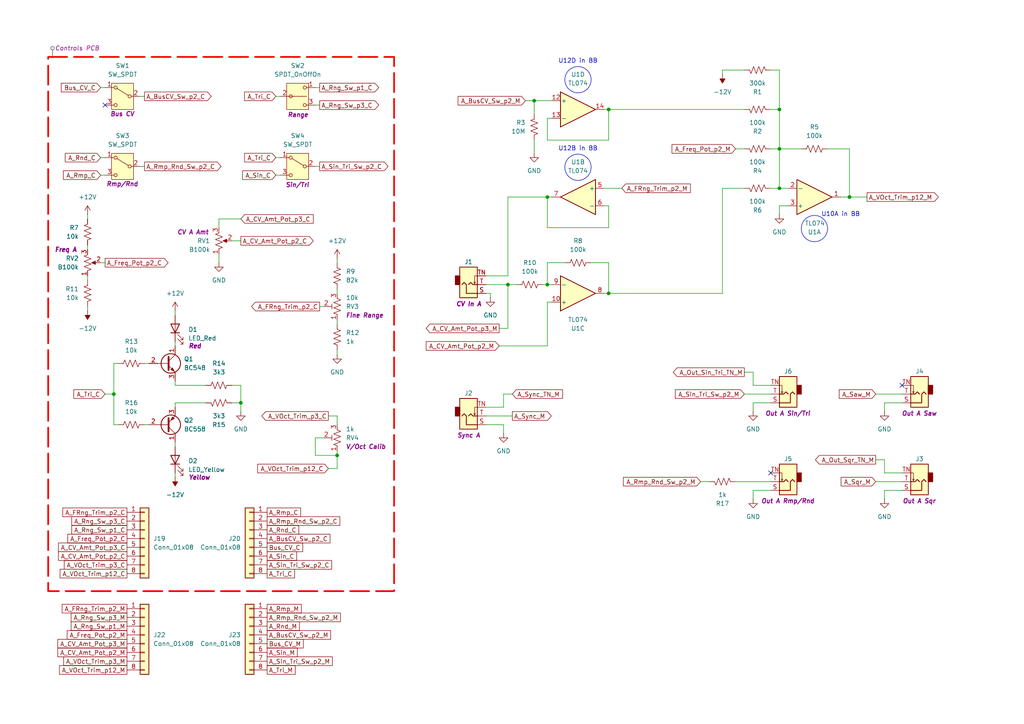
<source format=kicad_sch>
(kicad_sch (version 20250114) (generator "eeschema") (generator_version "9.0")
  (paper "A4")
  (title_block (company "DMH Instruments") (comment 1 "PCB for 10cm Kosmo format synthesizer module"))
  (lib_symbols
    (symbol "Amplifier_Operational:TL074" (pin_names (offset 0.127))
      (property "Reference" "U" (at 0 5.08 0))
      (property "Value" "TL074" (at 0 -5.08 0))
      (symbol "TL074_1_1"
        (polyline (pts (xy -5.08 5.08) (xy 5.08 0) (xy -5.08 -5.08) (xy -5.08 5.08)) (stroke (width 0.254)) (fill (type background)))
        (pin input line (at -7.62 2.54 0) (length 2.54) (name "+") (number "3"))
        (pin input line (at -7.62 -2.54 0) (length 2.54) (name "-") (number "2"))
        (pin output line (at 7.62 0 180) (length 2.54) (name "~") (number "1"))
      )
      (symbol "TL074_2_1"
        (polyline (pts (xy -5.08 5.08) (xy 5.08 0) (xy -5.08 -5.08) (xy -5.08 5.08)) (stroke (width 0.254)) (fill (type background)))
        (pin input line (at -7.62 2.54 0) (length 2.54) (name "+") (number "5"))
        (pin input line (at -7.62 -2.54 0) (length 2.54) (name "-") (number "6"))
        (pin output line (at 7.62 0 180) (length 2.54) (name "~") (number "7"))
      )
      (symbol "TL074_3_1"
        (polyline (pts (xy -5.08 5.08) (xy 5.08 0) (xy -5.08 -5.08) (xy -5.08 5.08)) (stroke (width 0.254)) (fill (type background)))
        (pin input line (at -7.62 2.54 0) (length 2.54) (name "+") (number "10"))
        (pin input line (at -7.62 -2.54 0) (length 2.54) (name "-") (number "9"))
        (pin output line (at 7.62 0 180) (length 2.54) (name "~") (number "8"))
      )
      (symbol "TL074_4_1"
        (polyline (pts (xy -5.08 5.08) (xy 5.08 0) (xy -5.08 -5.08) (xy -5.08 5.08)) (stroke (width 0.254)) (fill (type background)))
        (pin input line (at -7.62 2.54 0) (length 2.54) (name "+") (number "12"))
        (pin input line (at -7.62 -2.54 0) (length 2.54) (name "-") (number "13"))
        (pin output line (at 7.62 0 180) (length 2.54) (name "~") (number "14"))
      )
      (symbol "TL074_5_1"
        (pin power_in line (at -2.54 7.62 270) (length 3.81) (name "V+") (number "4"))
        (pin power_in line (at -2.54 -7.62 90) (length 3.81) (name "V-") (number "11"))
      )
    )
    (symbol "Connector_Generic:Conn_01x08" (pin_names (offset 1.016) (hide yes))
      (property "Reference" "J" (at 0 10.16 0))
      (property "Value" "Conn_01x08" (at 0 -12.7 0))
      (symbol "Conn_01x08_1_1"
        (rectangle (start -1.27 8.89) (end 1.27 -11.43) (stroke (width 0.254)) (fill (type background)))
        (rectangle (start -1.27 7.747) (end 0 7.493) (stroke (width 0.1524)))
        (rectangle (start -1.27 5.207) (end 0 4.953) (stroke (width 0.1524)))
        (rectangle (start -1.27 2.667) (end 0 2.413) (stroke (width 0.1524)))
        (rectangle (start -1.27 0.127) (end 0 -0.127) (stroke (width 0.1524)))
        (rectangle (start -1.27 -2.413) (end 0 -2.667) (stroke (width 0.1524)))
        (rectangle (start -1.27 -4.953) (end 0 -5.207) (stroke (width 0.1524)))
        (rectangle (start -1.27 -7.493) (end 0 -7.747) (stroke (width 0.1524)))
        (rectangle (start -1.27 -10.033) (end 0 -10.287) (stroke (width 0.1524)))
        (pin passive line (at -5.08 7.62 0) (length 3.81) (name "Pin_1") (number "1"))
        (pin passive line (at -5.08 5.08 0) (length 3.81) (name "Pin_2") (number "2"))
        (pin passive line (at -5.08 2.54 0) (length 3.81) (name "Pin_3") (number "3"))
        (pin passive line (at -5.08 0 0) (length 3.81) (name "Pin_4") (number "4"))
        (pin passive line (at -5.08 -2.54 0) (length 3.81) (name "Pin_5") (number "5"))
        (pin passive line (at -5.08 -5.08 0) (length 3.81) (name "Pin_6") (number "6"))
        (pin passive line (at -5.08 -7.62 0) (length 3.81) (name "Pin_7") (number "7"))
        (pin passive line (at -5.08 -10.16 0) (length 3.81) (name "Pin_8") (number "8"))
      )
    )
    (symbol "Device:LED" (pin_numbers (hide yes)) (pin_names (offset 1.016) (hide yes))
      (property "Reference" "D" (at 0 2.54 0))
      (property "Value" "LED" (at 0 -2.54 0))
      (symbol "LED_0_1"
        (polyline (pts (xy -3.048 -0.762) (xy -4.572 -2.286) (xy -3.81 -2.286) (xy -4.572 -2.286) (xy -4.572 -1.524)))
        (polyline (pts (xy -1.778 -0.762) (xy -3.302 -2.286) (xy -2.54 -2.286) (xy -3.302 -2.286) (xy -3.302 -1.524)))
        (polyline (pts (xy -1.27 0) (xy 1.27 0)))
        (polyline (pts (xy -1.27 -1.27) (xy -1.27 1.27)) (stroke (width 0.254)))
        (polyline (pts (xy 1.27 -1.27) (xy 1.27 1.27) (xy -1.27 0) (xy 1.27 -1.27)) (stroke (width 0.254)))
      )
      (symbol "LED_1_1"
        (pin passive line (at -3.81 0 0) (length 2.54) (name "K") (number "1"))
        (pin passive line (at 3.81 0 180) (length 2.54) (name "A") (number "2"))
      )
    )
    (symbol "Device:R_Potentiometer_Trim_US" (pin_names (offset 1.016) (hide yes))
      (property "Reference" "RV" (at -4.445 0 90))
      (property "Value" "R_Potentiometer_Trim_US" (at -2.54 0 90))
      (symbol "R_Potentiometer_Trim_US_0_1"
        (polyline (pts (xy 0 2.286) (xy 0 2.54)))
        (polyline (pts (xy 0 2.286) (xy 1.016 1.905) (xy 0 1.524) (xy -1.016 1.143) (xy 0 0.762)))
        (polyline (pts (xy 0 0.762) (xy 1.016 0.381) (xy 0 0) (xy -1.016 -0.381) (xy 0 -0.762)))
        (polyline (pts (xy 0 -0.762) (xy 1.016 -1.143) (xy 0 -1.524) (xy -1.016 -1.905) (xy 0 -2.286)))
        (polyline (pts (xy 0 -2.286) (xy 0 -2.54)))
        (polyline (pts (xy 1.524 0.762) (xy 1.524 -0.762)))
        (polyline (pts (xy 2.54 0) (xy 1.524 0)))
      )
      (symbol "R_Potentiometer_Trim_US_1_1"
        (pin passive line (at 0 3.81 270) (length 1.27) (name "1") (number "1"))
        (pin passive line (at 0 -3.81 90) (length 1.27) (name "3") (number "3"))
        (pin passive line (at 3.81 0 180) (length 1.27) (name "2") (number "2"))
      )
    )
    (symbol "Device:R_Potentiometer_US" (pin_names (offset 1.016) (hide yes))
      (property "Reference" "RV" (at -4.445 0 90))
      (property "Value" "R_Potentiometer_US" (at -2.54 0 90))
      (symbol "R_Potentiometer_US_0_1"
        (polyline (pts (xy 0 2.54) (xy 0 2.286)))
        (polyline (pts (xy 0 2.286) (xy 1.016 1.905) (xy 0 1.524) (xy -1.016 1.143) (xy 0 0.762)))
        (polyline (pts (xy 0 0.762) (xy 1.016 0.381) (xy 0 0) (xy -1.016 -0.381) (xy 0 -0.762)))
        (polyline (pts (xy 0 -0.762) (xy 1.016 -1.143) (xy 0 -1.524) (xy -1.016 -1.905) (xy 0 -2.286)))
        (polyline (pts (xy 0 -2.286) (xy 0 -2.54)))
        (polyline (pts (xy 1.143 0) (xy 2.286 0.508) (xy 2.286 -0.508) (xy 1.143 0)) (fill (type outline)))
        (polyline (pts (xy 2.54 0) (xy 1.524 0)))
      )
      (symbol "R_Potentiometer_US_1_1"
        (pin passive line (at 0 3.81 270) (length 1.27) (name "1") (number "1"))
        (pin passive line (at 0 -3.81 90) (length 1.27) (name "3") (number "3"))
        (pin passive line (at 3.81 0 180) (length 1.27) (name "2") (number "2"))
      )
    )
    (symbol "Device:R_US" (pin_numbers (hide yes)) (pin_names (offset 0))
      (property "Reference" "R" (at 2.54 0 90))
      (property "Value" "R_US" (at -2.54 0 90))
      (symbol "R_US_0_1"
        (polyline (pts (xy 0 2.286) (xy 0 2.54)))
        (polyline (pts (xy 0 2.286) (xy 1.016 1.905) (xy 0 1.524) (xy -1.016 1.143) (xy 0 0.762)))
        (polyline (pts (xy 0 0.762) (xy 1.016 0.381) (xy 0 0) (xy -1.016 -0.381) (xy 0 -0.762)))
        (polyline (pts (xy 0 -0.762) (xy 1.016 -1.143) (xy 0 -1.524) (xy -1.016 -1.905) (xy 0 -2.286)))
        (polyline (pts (xy 0 -2.286) (xy 0 -2.54)))
      )
      (symbol "R_US_1_1"
        (pin passive line (at 0 3.81 270) (length 1.27) (name "~") (number "1"))
        (pin passive line (at 0 -3.81 90) (length 1.27) (name "~") (number "2"))
      )
    )
    (symbol "Switch:SW_SPDT" (pin_names (offset 0) (hide yes))
      (property "Reference" "SW" (at 0 5.08 0))
      (property "Value" "SW_SPDT" (at 0 -5.08 0))
      (symbol "SW_SPDT_0_1"
        (circle (center -2.032 0) (radius 0.4572))
        (polyline (pts (xy -1.651 0.254) (xy 1.651 2.286)))
        (circle (center 2.032 2.54) (radius 0.4572))
        (circle (center 2.032 -2.54) (radius 0.4572))
      )
      (symbol "SW_SPDT_1_1"
        (rectangle (start -3.175 3.81) (end 3.175 -3.81) (fill (type background)))
        (pin passive line (at -5.08 0 0) (length 2.54) (name "B") (number "2"))
        (pin passive line (at 5.08 2.54 180) (length 2.54) (name "A") (number "1"))
        (pin passive line (at 5.08 -2.54 180) (length 2.54) (name "C") (number "3"))
      )
    )
    (symbol "SynthStuff:SW_SPDT_OnOffOn" (pin_names (offset 0) (hide yes))
      (property "Reference" "SW" (at 0 5.08 0))
      (property "Value" "SPDT_OnOffOn" (at 0 -5.08 0))
      (symbol "SW_SPDT_OnOffOn_0_1"
        (polyline (pts (xy -2.54 0) (xy 2.54 0)))
        (circle (center -2.032 0) (radius 0.4572))
        (circle (center 2.032 2.54) (radius 0.4572))
        (circle (center 2.032 -2.54) (radius 0.4572))
      )
      (symbol "SW_SPDT_OnOffOn_1_1"
        (rectangle (start -3.175 3.81) (end 3.175 -3.81) (fill (type background)))
        (pin passive line (at -5.08 0 0) (length 2.54) (name "B") (number "2"))
        (pin passive line (at 5.08 2.54 180) (length 2.54) (name "A") (number "1"))
        (pin passive line (at 5.08 -2.54 180) (length 2.54) (name "C") (number "3"))
      )
    )
    (symbol "SynthStuff:TS_Jack_6.35mm_Sw"
      (property "Reference" "J" (at -0.635 8.89 0))
      (property "Value" "TS_Jack_6.35mm_Sw" (at -0.635 6.35 0))
      (symbol "TS_Jack_6.35mm_Sw_0_1"
        (rectangle (start -2.54 0) (end -3.81 -2.54) (stroke (width 0.254)) (fill (type outline)))
        (polyline (pts (xy 0 0) (xy 0.635 -0.635) (xy 1.27 0) (xy 2.54 0)) (stroke (width 0.254)))
        (polyline (pts (xy 1.778 -0.254) (xy 2.032 -0.762)))
        (rectangle (start 2.54 3.81) (end -2.54 -5.08) (stroke (width 0.254)) (fill (type background)))
        (polyline (pts (xy 2.54 2.54) (xy -0.635 2.54) (xy -0.635 0) (xy -1.27 -0.635) (xy -1.905 0)) (stroke (width 0.254)))
        (polyline (pts (xy 2.54 -2.54) (xy 1.778 -2.54) (xy 1.778 -0.254) (xy 1.524 -0.762)))
      )
      (symbol "TS_Jack_6.35mm_Sw_1_1"
        (pin passive line (at 5.08 2.54 180) (length 2.54) (name "~") (number "S"))
        (pin passive line (at 5.08 0 180) (length 2.54) (name "~") (number "T"))
        (pin passive line (at 5.08 -2.54 180) (length 2.54) (name "~") (number "TN"))
      )
    )
    (symbol "Transistor_BJT:BC548" (pin_names (offset 0) (hide yes))
      (property "Reference" "Q" (at 5.08 1.905 0))
      (property "Value" "BC548" (at 5.08 0 0))
      (symbol "BC548_0_1"
        (polyline (pts (xy -2.54 0) (xy 0.635 0)))
        (polyline (pts (xy 0.635 1.905) (xy 0.635 -1.905)) (stroke (width 0.508)))
        (circle (center 1.27 0) (radius 2.8194) (stroke (width 0.254)))
      )
      (symbol "BC548_1_1"
        (polyline (pts (xy 0.635 0.635) (xy 2.54 2.54)))
        (polyline (pts (xy 0.635 -0.635) (xy 2.54 -2.54)))
        (polyline (pts (xy 1.27 -1.778) (xy 1.778 -1.27) (xy 2.286 -2.286) (xy 1.27 -1.778)) (fill (type outline)))
        (pin input line (at -5.08 0 0) (length 2.54) (name "B") (number "2"))
        (pin passive line (at 2.54 5.08 270) (length 2.54) (name "C") (number "1"))
        (pin passive line (at 2.54 -5.08 90) (length 2.54) (name "E") (number "3"))
      )
    )
    (symbol "Transistor_BJT:BC558" (pin_names (offset 0) (hide yes))
      (property "Reference" "Q" (at 5.08 1.905 0))
      (property "Value" "BC558" (at 5.08 0 0))
      (symbol "BC558_0_1"
        (polyline (pts (xy -2.54 0) (xy 0.635 0)))
        (polyline (pts (xy 0.635 1.905) (xy 0.635 -1.905)) (stroke (width 0.508)))
        (polyline (pts (xy 0.635 0.635) (xy 2.54 2.54)))
        (polyline (pts (xy 0.635 -0.635) (xy 2.54 -2.54)))
        (circle (center 1.27 0) (radius 2.8194) (stroke (width 0.254)))
        (polyline (pts (xy 2.286 -1.778) (xy 1.778 -2.286) (xy 1.27 -1.27) (xy 2.286 -1.778)) (fill (type outline)))
      )
      (symbol "BC558_1_1"
        (pin input line (at -5.08 0 0) (length 2.54) (name "B") (number "2"))
        (pin passive line (at 2.54 5.08 270) (length 2.54) (name "C") (number "1"))
        (pin passive line (at 2.54 -5.08 90) (length 2.54) (name "E") (number "3"))
      )
    )
    (symbol "power:+12V" (power) (pin_numbers (hide yes)) (pin_names (offset 0) (hide yes))
      (property "Value" "+12V" (at 0 3.556 0))
      (symbol "+12V_0_1"
        (polyline (pts (xy -0.762 1.27) (xy 0 2.54)))
        (polyline (pts (xy 0 2.54) (xy 0.762 1.27)))
        (polyline (pts (xy 0 0) (xy 0 2.54)))
      )
      (symbol "+12V_1_1"
        (pin power_in line (at 0 0 90) (length 0) (name "~") (number "1"))
      )
    )
    (symbol "power:-12V" (power) (pin_numbers (hide yes)) (pin_names (offset 0) (hide yes))
      (property "Value" "-12V" (at 0 3.556 0))
      (symbol "-12V_0_0"
        (pin power_in line (at 0 0 90) (length 0) (name "~") (number "1"))
      )
      (symbol "-12V_0_1"
        (polyline (pts (xy 0 0) (xy 0 1.27) (xy 0.762 1.27) (xy 0 2.54) (xy -0.762 1.27) (xy 0 1.27)) (fill (type outline)))
      )
    )
    (symbol "power:GND" (power) (pin_numbers (hide yes)) (pin_names (offset 0) (hide yes))
      (property "Value" "GND" (at 0 -3.81 0))
      (symbol "GND_0_1"
        (polyline (pts (xy 0 0) (xy 0 -1.27) (xy 1.27 -1.27) (xy 0 -2.54) (xy -1.27 -1.27) (xy 0 -1.27)))
      )
      (symbol "GND_1_1"
        (pin power_in line (at 0 0 270) (length 0) (name "~") (number "1"))
      )
    )
  )
  (circle (center 236.22 66.294) (radius 3.81))
  (circle (center 167.64 48.514) (radius 3.81))
  (circle (center 167.64 23.114) (radius 3.81))
  (text "U12B in BB" (at 167.64 43.18 0) (effects (font (size 1.27 1.27))))
  (text "U10A in BB" (at 243.84 62.23 0) (effects (font (size 1.27 1.27))))
  (text "U12D in BB" (at 167.64 17.78 0) (effects (font (size 1.27 1.27))))
  (junction (at 154.94 29.21))
  (junction (at 158.75 82.55))
  (junction (at 158.75 57.15))
  (junction (at 147.32 82.55))
  (junction (at 176.53 31.75))
  (junction (at 226.06 54.61))
  (junction (at 226.06 31.75))
  (junction (at 176.53 85.09))
  (junction (at 97.79 132.08))
  (junction (at 33.02 114.3))
  (junction (at 226.06 43.18))
  (junction (at 246.38 57.15))
  (junction (at 69.85 116.84))
  (no_connect (at 261.62 111.76))
  (no_connect (at 30.48 30.48))
  (no_connect (at 223.52 137.16))
  (wire (pts (xy 25.4 88.9) (xy 25.4 90.17)))
  (wire (pts (xy 223.52 31.75) (xy 226.06 31.75)))
  (wire (pts (xy 97.79 120.65) (xy 97.79 123.19)))
  (wire (pts (xy 254 114.3) (xy 261.62 114.3)))
  (wire (pts (xy 256.54 142.24) (xy 256.54 144.78)))
  (wire (pts (xy 176.53 85.09) (xy 175.26 85.09)))
  (wire (pts (xy 97.79 83.82) (xy 97.79 85.09)))
  (wire (pts (xy 33.02 114.3) (xy 33.02 105.41)))
  (wire (pts (xy 203.2 139.7) (xy 205.74 139.7)))
  (wire (pts (xy 91.44 127) (xy 91.44 132.08)))
  (wire (pts (xy 218.44 116.84) (xy 218.44 119.38)))
  (wire (pts (xy 146.05 114.3) (xy 146.05 118.11)))
  (wire (pts (xy 158.75 66.04) (xy 158.75 57.15)))
  (wire (pts (xy 91.44 25.4) (xy 92.71 25.4)))
  (wire (pts (xy 91.44 30.48) (xy 92.71 30.48)))
  (wire (pts (xy 147.32 80.01) (xy 147.32 57.15)))
  (wire (pts (xy 226.06 43.18) (xy 226.06 54.61)))
  (wire (pts (xy 158.75 82.55) (xy 160.02 82.55)))
  (wire (pts (xy 25.4 71.12) (xy 25.4 72.39)))
  (wire (pts (xy 50.8 111.76) (xy 50.8 110.49)))
  (wire (pts (xy 218.44 142.24) (xy 218.44 144.78)))
  (wire (pts (xy 146.05 114.3) (xy 148.59 114.3)))
  (wire (pts (xy 246.38 57.15) (xy 251.46 57.15)))
  (wire (pts (xy 209.55 21.59) (xy 209.55 20.32)))
  (wire (pts (xy 59.69 111.76) (xy 50.8 111.76)))
  (wire (pts (xy 41.91 105.41) (xy 43.18 105.41)))
  (wire (pts (xy 223.52 142.24) (xy 218.44 142.24)))
  (wire (pts (xy 223.52 54.61) (xy 226.06 54.61)))
  (wire (pts (xy 171.45 76.2) (xy 176.53 76.2)))
  (wire (pts (xy 95.25 135.89) (xy 97.79 135.89)))
  (wire (pts (xy 213.36 139.7) (xy 223.52 139.7)))
  (wire (pts (xy 50.8 99.06) (xy 50.8 100.33)))
  (wire (pts (xy 33.02 123.19) (xy 33.02 114.3)))
  (wire (pts (xy 25.4 62.23) (xy 25.4 63.5)))
  (wire (pts (xy 175.26 31.75) (xy 176.53 31.75)))
  (wire (pts (xy 142.24 86.36) (xy 142.24 85.09)))
  (wire (pts (xy 154.94 40.64) (xy 154.94 44.45)))
  (wire (pts (xy 34.29 123.19) (xy 33.02 123.19)))
  (wire (pts (xy 30.48 114.3) (xy 33.02 114.3)))
  (wire (pts (xy 246.38 43.18) (xy 246.38 57.15)))
  (wire (pts (xy 176.53 40.64) (xy 176.53 31.75)))
  (wire (pts (xy 246.38 57.15) (xy 243.84 57.15)))
  (wire (pts (xy 29.21 76.2) (xy 30.48 76.2)))
  (wire (pts (xy 95.25 120.65) (xy 97.79 120.65)))
  (wire (pts (xy 226.06 43.18) (xy 232.41 43.18)))
  (wire (pts (xy 176.53 76.2) (xy 176.53 85.09)))
  (wire (pts (xy 146.05 118.11) (xy 140.97 118.11)))
  (wire (pts (xy 29.21 25.4) (xy 30.48 25.4)))
  (wire (pts (xy 223.52 20.32) (xy 226.06 20.32)))
  (wire (pts (xy 226.06 59.69) (xy 226.06 62.23)))
  (wire (pts (xy 144.78 100.33) (xy 158.75 100.33)))
  (wire (pts (xy 67.31 69.85) (xy 69.85 69.85)))
  (wire (pts (xy 140.97 120.65) (xy 148.59 120.65)))
  (wire (pts (xy 29.21 50.8) (xy 30.48 50.8)))
  (wire (pts (xy 80.01 50.8) (xy 81.28 50.8)))
  (wire (pts (xy 140.97 82.55) (xy 147.32 82.55)))
  (wire (pts (xy 158.75 76.2) (xy 158.75 82.55)))
  (wire (pts (xy 59.69 116.84) (xy 50.8 116.84)))
  (wire (pts (xy 80.01 45.72) (xy 81.28 45.72)))
  (wire (pts (xy 50.8 116.84) (xy 50.8 118.11)))
  (wire (pts (xy 226.06 20.32) (xy 226.06 31.75)))
  (wire (pts (xy 213.36 43.18) (xy 215.9 43.18)))
  (wire (pts (xy 29.21 45.72) (xy 30.48 45.72)))
  (wire (pts (xy 25.4 80.01) (xy 25.4 81.28)))
  (wire (pts (xy 67.31 111.76) (xy 69.85 111.76)))
  (wire (pts (xy 146.05 125.73) (xy 146.05 123.19)))
  (wire (pts (xy 147.32 95.25) (xy 147.32 82.55)))
  (wire (pts (xy 176.53 85.09) (xy 209.55 85.09)))
  (wire (pts (xy 50.8 137.16) (xy 50.8 138.43)))
  (wire (pts (xy 223.52 116.84) (xy 218.44 116.84)))
  (wire (pts (xy 67.31 116.84) (xy 69.85 116.84)))
  (wire (pts (xy 226.06 59.69) (xy 228.6 59.69)))
  (wire (pts (xy 254 139.7) (xy 261.62 139.7)))
  (wire (pts (xy 218.44 111.76) (xy 223.52 111.76)))
  (wire (pts (xy 97.79 101.6) (xy 97.79 102.87)))
  (wire (pts (xy 146.05 123.19) (xy 140.97 123.19)))
  (wire (pts (xy 93.98 127) (xy 91.44 127)))
  (wire (pts (xy 261.62 142.24) (xy 256.54 142.24)))
  (wire (pts (xy 147.32 57.15) (xy 158.75 57.15)))
  (wire (pts (xy 97.79 132.08) (xy 97.79 130.81)))
  (wire (pts (xy 215.9 114.3) (xy 223.52 114.3)))
  (wire (pts (xy 256.54 116.84) (xy 256.54 119.38)))
  (wire (pts (xy 158.75 34.29) (xy 158.75 40.64)))
  (wire (pts (xy 175.26 59.69) (xy 176.53 59.69)))
  (wire (pts (xy 180.34 54.61) (xy 175.26 54.61)))
  (wire (pts (xy 80.01 27.94) (xy 81.28 27.94)))
  (wire (pts (xy 50.8 128.27) (xy 50.8 129.54)))
  (wire (pts (xy 69.85 116.84) (xy 69.85 119.38)))
  (wire (pts (xy 97.79 135.89) (xy 97.79 132.08)))
  (wire (pts (xy 158.75 76.2) (xy 163.83 76.2)))
  (wire (pts (xy 160.02 34.29) (xy 158.75 34.29)))
  (wire (pts (xy 91.44 132.08) (xy 97.79 132.08)))
  (wire (pts (xy 63.5 63.5) (xy 63.5 66.04)))
  (wire (pts (xy 40.64 27.94) (xy 41.91 27.94)))
  (wire (pts (xy 209.55 20.32) (xy 215.9 20.32)))
  (wire (pts (xy 176.53 31.75) (xy 215.9 31.75)))
  (wire (pts (xy 41.91 123.19) (xy 43.18 123.19)))
  (wire (pts (xy 50.8 90.17) (xy 50.8 91.44)))
  (wire (pts (xy 154.94 29.21) (xy 154.94 33.02)))
  (wire (pts (xy 209.55 85.09) (xy 209.55 54.61)))
  (wire (pts (xy 157.48 82.55) (xy 158.75 82.55)))
  (wire (pts (xy 223.52 43.18) (xy 226.06 43.18)))
  (wire (pts (xy 254 133.35) (xy 256.54 133.35)))
  (wire (pts (xy 152.4 29.21) (xy 154.94 29.21)))
  (wire (pts (xy 158.75 100.33) (xy 158.75 87.63)))
  (wire (pts (xy 92.71 88.9) (xy 93.98 88.9)))
  (wire (pts (xy 97.79 74.93) (xy 97.79 76.2)))
  (wire (pts (xy 209.55 54.61) (xy 215.9 54.61)))
  (wire (pts (xy 69.85 63.5) (xy 63.5 63.5)))
  (wire (pts (xy 147.32 82.55) (xy 149.86 82.55)))
  (wire (pts (xy 97.79 92.71) (xy 97.79 93.98)))
  (wire (pts (xy 142.24 85.09) (xy 140.97 85.09)))
  (wire (pts (xy 140.97 80.01) (xy 147.32 80.01)))
  (wire (pts (xy 228.6 54.61) (xy 226.06 54.61)))
  (wire (pts (xy 40.64 48.26) (xy 41.91 48.26)))
  (wire (pts (xy 261.62 116.84) (xy 256.54 116.84)))
  (wire (pts (xy 176.53 66.04) (xy 158.75 66.04)))
  (wire (pts (xy 154.94 29.21) (xy 160.02 29.21)))
  (wire (pts (xy 160.02 57.15) (xy 158.75 57.15)))
  (wire (pts (xy 158.75 87.63) (xy 160.02 87.63)))
  (wire (pts (xy 144.78 95.25) (xy 147.32 95.25)))
  (wire (pts (xy 256.54 137.16) (xy 261.62 137.16)))
  (wire (pts (xy 91.44 48.26) (xy 92.71 48.26)))
  (wire (pts (xy 226.06 31.75) (xy 226.06 43.18)))
  (wire (pts (xy 240.03 43.18) (xy 246.38 43.18)))
  (wire (pts (xy 158.75 40.64) (xy 176.53 40.64)))
  (wire (pts (xy 218.44 107.95) (xy 218.44 111.76)))
  (wire (pts (xy 176.53 59.69) (xy 176.53 66.04)))
  (wire (pts (xy 63.5 73.66) (xy 63.5 76.2)))
  (wire (pts (xy 33.02 105.41) (xy 34.29 105.41)))
  (wire (pts (xy 215.9 107.95) (xy 218.44 107.95)))
  (wire (pts (xy 69.85 111.76) (xy 69.85 116.84)))
  (wire (pts (xy 256.54 133.35) (xy 256.54 137.16)))
  (global_label "A_Freq_Pot_p2_C" (shape output) (at 30.48 76.2 0) (property "Intersheetrefs" "${INTERSHEET_REFS}" (effects (hide yes))))
  (global_label "A_Out_Sin_Tri_TN_M" (shape output) (at 215.9 107.95 180) (property "Intersheetrefs" "${INTERSHEET_REFS}" (effects (hide yes))))
  (global_label "A_VOct_Trim_p12_C" (shape passive) (at 36.83 166.37 180) (property "Intersheetrefs" "${INTERSHEET_REFS}" (effects (hide yes))))
  (global_label "A_CV_Amt_Pot_p2_C" (shape output) (at 69.85 69.85 0) (property "Intersheetrefs" "${INTERSHEET_REFS}" (effects (hide yes))))
  (global_label "A_CV_Amt_Pot_p3_M" (shape passive) (at 36.83 186.69 180) (property "Intersheetrefs" "${INTERSHEET_REFS}" (effects (hide yes))))
  (global_label "A_Rng_Sw_p3_M" (shape passive) (at 36.83 179.07 180) (property "Intersheetrefs" "${INTERSHEET_REFS}" (effects (hide yes))))
  (global_label "A_BusCV_Sw_p2_C" (shape output) (at 41.91 27.94 0) (property "Intersheetrefs" "${INTERSHEET_REFS}" (effects (hide yes))))
  (global_label "A_Rmp_C" (shape input) (at 29.21 50.8 180) (property "Intersheetrefs" "${INTERSHEET_REFS}" (effects (hide yes))))
  (global_label "A_Freq_Pot_p2_C" (shape passive) (at 36.83 156.21 180) (property "Intersheetrefs" "${INTERSHEET_REFS}" (effects (hide yes))))
  (global_label "A_VOct_Trim_p3_C" (shape output) (at 95.25 120.65 180) (property "Intersheetrefs" "${INTERSHEET_REFS}" (effects (hide yes))))
  (global_label "A_CV_Amt_Pot_p3_C" (shape passive) (at 36.83 158.75 180) (property "Intersheetrefs" "${INTERSHEET_REFS}" (effects (hide yes))))
  (global_label "A_Tri_C" (shape input) (at 30.48 114.3 180) (property "Intersheetrefs" "${INTERSHEET_REFS}" (effects (hide yes))))
  (global_label "A_CV_Amt_Pot_p2_M" (shape input) (at 144.78 100.33 180) (property "Intersheetrefs" "${INTERSHEET_REFS}" (effects (hide yes))))
  (global_label "A_Tri_C" (shape input) (at 80.01 27.94 180) (property "Intersheetrefs" "${INTERSHEET_REFS}" (effects (hide yes))))
  (global_label "A_FRng_Trim_p2_M" (shape input) (at 180.34 54.61 0) (property "Intersheetrefs" "${INTERSHEET_REFS}" (effects (hide yes))))
  (global_label "A_Sin_Tri_Sw_p2_C" (shape passive) (at 77.47 163.83 0) (property "Intersheetrefs" "${INTERSHEET_REFS}" (effects (hide yes))))
  (global_label "A_Rmp_M" (shape passive) (at 77.47 176.53 0) (property "Intersheetrefs" "${INTERSHEET_REFS}" (effects (hide yes))))
  (global_label "A_Rng_Sw_p1_C" (shape output) (at 92.71 25.4 0) (property "Intersheetrefs" "${INTERSHEET_REFS}" (effects (hide yes))))
  (global_label "A_CV_Amt_Pot_p2_C" (shape passive) (at 36.83 161.29 180) (property "Intersheetrefs" "${INTERSHEET_REFS}" (effects (hide yes))))
  (global_label "A_BusCV_Sw_p2_M" (shape passive) (at 77.47 184.15 0) (property "Intersheetrefs" "${INTERSHEET_REFS}" (effects (hide yes))))
  (global_label "A_Rng_Sw_p3_C" (shape passive) (at 36.83 151.13 180) (property "Intersheetrefs" "${INTERSHEET_REFS}" (effects (hide yes))))
  (global_label "A_CV_Amt_Pot_p2_M" (shape passive) (at 36.83 189.23 180) (property "Intersheetrefs" "${INTERSHEET_REFS}" (effects (hide yes))))
  (global_label "A_Out_Sqr_TN_M" (shape output) (at 254 133.35 180) (property "Intersheetrefs" "${INTERSHEET_REFS}" (effects (hide yes))))
  (global_label "A_Freq_Pot_p2_M" (shape passive) (at 36.83 184.15 180) (property "Intersheetrefs" "${INTERSHEET_REFS}" (effects (hide yes))))
  (global_label "A_Sin_C" (shape passive) (at 77.47 161.29 0) (property "Intersheetrefs" "${INTERSHEET_REFS}" (effects (hide yes))))
  (global_label "A_VOct_Trim_p3_M" (shape passive) (at 36.83 191.77 180) (property "Intersheetrefs" "${INTERSHEET_REFS}" (effects (hide yes))))
  (global_label "A_Sync_M" (shape output) (at 148.59 120.65 0) (property "Intersheetrefs" "${INTERSHEET_REFS}" (effects (hide yes))))
  (global_label "A_Sin_Tri_Sw_p2_M" (shape passive) (at 77.47 191.77 0) (property "Intersheetrefs" "${INTERSHEET_REFS}" (effects (hide yes))))
  (global_label "A_Rmp_C" (shape passive) (at 77.47 148.59 0) (property "Intersheetrefs" "${INTERSHEET_REFS}" (effects (hide yes))))
  (global_label "A_CV_Amt_Pot_p3_C" (shape input) (at 69.85 63.5 0) (property "Intersheetrefs" "${INTERSHEET_REFS}" (effects (hide yes))))
  (global_label "A_Rmp_Rnd_Sw_p2_M" (shape passive) (at 77.47 179.07 0) (property "Intersheetrefs" "${INTERSHEET_REFS}" (effects (hide yes))))
  (global_label "A_Tri_C" (shape input) (at 80.01 45.72 180) (property "Intersheetrefs" "${INTERSHEET_REFS}" (effects (hide yes))))
  (global_label "Bus_CV_C" (shape passive) (at 77.47 158.75 0) (property "Intersheetrefs" "${INTERSHEET_REFS}" (effects (hide yes))))
  (global_label "Bus_CV_M" (shape passive) (at 77.47 186.69 0) (property "Intersheetrefs" "${INTERSHEET_REFS}" (effects (hide yes))))
  (global_label "A_Sin_Tri_Sw_p2_M" (shape input) (at 215.9 114.3 180) (property "Intersheetrefs" "${INTERSHEET_REFS}" (effects (hide yes))))
  (global_label "A_Rng_Sw_p1_C" (shape passive) (at 36.83 153.67 180) (property "Intersheetrefs" "${INTERSHEET_REFS}" (effects (hide yes))))
  (global_label "A_VOct_Trim_p12_M" (shape output) (at 251.46 57.15 0) (property "Intersheetrefs" "${INTERSHEET_REFS}" (effects (hide yes))))
  (global_label "A_Tri_C" (shape passive) (at 77.47 166.37 0) (property "Intersheetrefs" "${INTERSHEET_REFS}" (effects (hide yes))))
  (global_label "A_Rnd_M" (shape passive) (at 77.47 181.61 0) (property "Intersheetrefs" "${INTERSHEET_REFS}" (effects (hide yes))))
  (global_label "A_Rmp_Rnd_Sw_p2_C" (shape output) (at 41.91 48.26 0) (property "Intersheetrefs" "${INTERSHEET_REFS}" (effects (hide yes))))
  (global_label "A_FRng_Trim_p2_C" (shape output) (at 92.71 88.9 180) (property "Intersheetrefs" "${INTERSHEET_REFS}" (effects (hide yes))))
  (global_label "A_Rng_Sw_p3_C" (shape output) (at 92.71 30.48 0) (property "Intersheetrefs" "${INTERSHEET_REFS}" (effects (hide yes))))
  (global_label "A_BusCV_Sw_p2_M" (shape input) (at 152.4 29.21 180) (property "Intersheetrefs" "${INTERSHEET_REFS}" (effects (hide yes))))
  (global_label "A_BusCV_Sw_p2_C" (shape passive) (at 77.47 156.21 0) (property "Intersheetrefs" "${INTERSHEET_REFS}" (effects (hide yes))))
  (global_label "A_VOct_Trim_p12_C" (shape input) (at 95.25 135.89 180) (property "Intersheetrefs" "${INTERSHEET_REFS}" (effects (hide yes))))
  (global_label "A_Tri_M" (shape passive) (at 77.47 194.31 0) (property "Intersheetrefs" "${INTERSHEET_REFS}" (effects (hide yes))))
  (global_label "A_Rnd_C" (shape input) (at 29.21 45.72 180) (property "Intersheetrefs" "${INTERSHEET_REFS}" (effects (hide yes))))
  (global_label "A_Rng_Sw_p1_M" (shape passive) (at 36.83 181.61 180) (property "Intersheetrefs" "${INTERSHEET_REFS}" (effects (hide yes))))
  (global_label "A_VOct_Trim_p3_C" (shape passive) (at 36.83 163.83 180) (property "Intersheetrefs" "${INTERSHEET_REFS}" (effects (hide yes))))
  (global_label "A_Sqr_M" (shape input) (at 254 139.7 180) (property "Intersheetrefs" "${INTERSHEET_REFS}" (effects (hide yes))))
  (global_label "A_Rmp_Rnd_Sw_p2_M" (shape input) (at 203.2 139.7 180) (property "Intersheetrefs" "${INTERSHEET_REFS}" (effects (hide yes))))
  (global_label "A_CV_Amt_Pot_p3_M" (shape output) (at 144.78 95.25 180) (property "Intersheetrefs" "${INTERSHEET_REFS}" (effects (hide yes))))
  (global_label "A_Freq_Pot_p2_M" (shape input) (at 213.36 43.18 180) (property "Intersheetrefs" "${INTERSHEET_REFS}" (effects (hide yes))))
  (global_label "A_FRng_Trim_p2_C" (shape passive) (at 36.83 148.59 180) (property "Intersheetrefs" "${INTERSHEET_REFS}" (effects (hide yes))))
  (global_label "A_Sin_M" (shape passive) (at 77.47 189.23 0) (property "Intersheetrefs" "${INTERSHEET_REFS}" (effects (hide yes))))
  (global_label "A_VOct_Trim_p12_M" (shape passive) (at 36.83 194.31 180) (property "Intersheetrefs" "${INTERSHEET_REFS}" (effects (hide yes))))
  (global_label "Bus_CV_C" (shape input) (at 29.21 25.4 180) (property "Intersheetrefs" "${INTERSHEET_REFS}" (effects (hide yes))))
  (global_label "A_Rmp_Rnd_Sw_p2_C" (shape passive) (at 77.47 151.13 0) (property "Intersheetrefs" "${INTERSHEET_REFS}" (effects (hide yes))))
  (global_label "A_Rnd_C" (shape passive) (at 77.47 153.67 0) (property "Intersheetrefs" "${INTERSHEET_REFS}" (effects (hide yes))))
  (global_label "A_Sin_Tri_Sw_p2_C" (shape output) (at 92.71 48.26 0) (property "Intersheetrefs" "${INTERSHEET_REFS}" (effects (hide yes))))
  (global_label "A_FRng_Trim_p2_M" (shape passive) (at 36.83 176.53 180) (property "Intersheetrefs" "${INTERSHEET_REFS}" (effects (hide yes))))
  (global_label "A_Saw_M" (shape input) (at 254 114.3 180) (property "Intersheetrefs" "${INTERSHEET_REFS}" (effects (hide yes))))
  (global_label "A_Sin_C" (shape input) (at 80.01 50.8 180) (property "Intersheetrefs" "${INTERSHEET_REFS}" (effects (hide yes))))
  (global_label "A_Sync_TN_M" (shape input) (at 148.59 114.3 0) (property "Intersheetrefs" "${INTERSHEET_REFS}" (effects (hide yes))))
  (rule_area (polyline (pts (xy 13.97 16.51) (xy 114.3 16.51) (xy 114.3 171.45) (xy 13.97 171.45)) (stroke (width 0.5) (type dash))))
  (netclass_flag "" (length 2.54) (shape round) (at 15.24 16.51 0) (property "Component Class" "Controls PCB" (at 15.9385 13.97 0) (effects (font (italic yes)) (justify left))))
  (symbol (lib_id "Connector_Generic:Conn_01x08") (at 72.39 184.15 0) (mirror y) (unit 1)
    (property "Reference" "J23" (at 69.85 184.1499 0) (effects (justify left)))
    (property "Value" "Conn_01x08" (at 69.85 186.6899 0) (effects (justify left)))
    (property "Footprint" "Connector_PinHeader_2.54mm:PinHeader_1x08_P2.54mm_Vertical" (effects (hide yes)))
    (property "Description" "Generic connector, single row, 01x08, script generated (kicad-library-utils/schlib/autogen/connector/)" (effects (hide yes)))
  )
  (symbol (lib_id "Device:R_US") (at 167.64 76.2 90) (unit 1)
    (property "Reference" "R8" (at 167.64 69.85 90))
    (property "Value" "100k" (at 167.64 72.39 90))
    (property "Footprint" "Resistor_THT:R_Axial_DIN0207_L6.3mm_D2.5mm_P7.62mm_Horizontal" (effects (hide yes)))
    (property "Description" "Resistor, US symbol" (effects (hide yes)))
  )
  (symbol (lib_id "power:GND") (at 226.06 62.23 0) (unit 1)
    (property "Reference" "#PWR04" (effects (hide yes)))
    (property "Value" "GND" (at 226.06 67.31 0))
    (property "Description" "Power symbol creates a global label with name \"GND\" , ground" (effects (hide yes)))
  )
  (symbol (lib_id "Switch:SW_SPDT") (at 35.56 48.26 0) (mirror y) (unit 1) (on_board no)
    (property "Reference" "SW3" (at 35.56 39.37 0))
    (property "Value" "SW_SPDT" (at 35.56 41.91 0))
    (property "Footprint" "SynthStuff:Toggle_Switch_TE" (effects (hide yes)))
    (property "Description" "Switch, single pole double throw" (effects (hide yes)))
    (property "Function" "Rmp/Rnd" (at 35.56 53.34 0) (effects (font (thickness 0.254) (bold yes) (italic yes))))
  )
  (symbol (lib_id "Amplifier_Operational:TL074") (at 167.64 31.75 0) (unit 4)
    (property "Reference" "U1" (at 167.64 21.59 0))
    (property "Value" "TL074" (at 167.64 24.13 0))
    (property "Footprint" "Package_DIP:DIP-14_W7.62mm_Socket" (effects (hide yes)))
    (property "Datasheet" "http://www.ti.com/lit/ds/symlink/tl071.pdf" (effects (hide yes)))
    (property "Description" "Quad Low-Noise JFET-Input Operational Amplifiers, DIP-14/SOIC-14" (effects (hide yes)))
  )
  (symbol (lib_id "Device:R_US") (at 25.4 67.31 0) (mirror y) (unit 1) (on_board no)
    (property "Reference" "R7" (at 22.86 66.0399 0) (effects (justify left)))
    (property "Value" "10k" (at 22.86 68.5799 0) (effects (justify left)))
    (property "Footprint" "Resistor_THT:R_Axial_DIN0207_L6.3mm_D2.5mm_P7.62mm_Horizontal" (effects (hide yes)))
    (property "Description" "Resistor, US symbol" (effects (hide yes)))
  )
  (symbol (lib_id "power:GND") (at 256.54 144.78 0) (unit 1)
    (property "Reference" "#PWR017" (effects (hide yes)))
    (property "Value" "GND" (at 256.54 149.86 0))
    (property "Description" "Power symbol creates a global label with name \"GND\" , ground" (effects (hide yes)))
  )
  (symbol (lib_id "Device:R_US") (at 219.71 31.75 270) (mirror x) (unit 1)
    (property "Reference" "R2" (at 219.71 38.1 90))
    (property "Value" "100k" (at 219.71 35.56 90))
    (property "Footprint" "Resistor_THT:R_Axial_DIN0207_L6.3mm_D2.5mm_P7.62mm_Horizontal" (effects (hide yes)))
    (property "Description" "Resistor, US symbol" (effects (hide yes)))
  )
  (symbol (lib_id "Device:R_US") (at 97.79 80.01 180) (unit 1) (on_board no)
    (property "Reference" "R9" (at 100.33 78.7399 0) (effects (justify right)))
    (property "Value" "82k" (at 100.33 81.2799 0) (effects (justify right)))
    (property "Footprint" "Resistor_THT:R_Axial_DIN0207_L6.3mm_D2.5mm_P7.62mm_Horizontal" (effects (hide yes)))
    (property "Description" "Resistor, US symbol" (effects (hide yes)))
  )
  (symbol (lib_id "Switch:SW_SPDT") (at 35.56 27.94 0) (mirror y) (unit 1) (on_board no)
    (property "Reference" "SW1" (at 35.56 19.05 0))
    (property "Value" "SW_SPDT" (at 35.56 21.59 0))
    (property "Footprint" "SynthStuff:Toggle_Switch_TE" (effects (hide yes)))
    (property "Description" "Switch, single pole double throw" (effects (hide yes)))
    (property "Function" "Bus CV" (at 35.56 33.02 0) (effects (font (thickness 0.254) (bold yes) (italic yes))))
  )
  (symbol (lib_id "Device:R_US") (at 219.71 54.61 270) (mirror x) (unit 1)
    (property "Reference" "R6" (at 219.71 60.96 90))
    (property "Value" "100k" (at 219.71 58.42 90))
    (property "Footprint" "Resistor_THT:R_Axial_DIN0207_L6.3mm_D2.5mm_P7.62mm_Horizontal" (effects (hide yes)))
    (property "Description" "Resistor, US symbol" (effects (hide yes)))
  )
  (symbol (lib_id "Connector_Generic:Conn_01x08") (at 41.91 184.15 0) (unit 1)
    (property "Reference" "J22" (at 44.45 184.1499 0) (effects (justify left)))
    (property "Value" "Conn_01x08" (at 44.45 186.6899 0) (effects (justify left)))
    (property "Footprint" "Connector_PinHeader_2.54mm:PinHeader_1x08_P2.54mm_Vertical" (effects (hide yes)))
    (property "Description" "Generic connector, single row, 01x08, script generated (kicad-library-utils/schlib/autogen/connector/)" (effects (hide yes)))
  )
  (symbol (lib_id "Device:R_Potentiometer_Trim_US") (at 97.79 88.9 180) (unit 1) (on_board no)
    (property "Reference" "RV3" (at 100.33 88.9 0) (effects (justify right)))
    (property "Value" "10k" (at 100.33 86.36 0) (effects (justify right)))
    (property "Footprint" "Potentiometer_THT:Potentiometer_Bourns_3296W_Vertical" (effects (hide yes)))
    (property "Description" "Trim-potentiometer, US symbol" (effects (hide yes)))
    (property "Function" "Fine Range" (at 100.33 91.44 0) (effects (font (thickness 0.254) (bold yes) (italic yes)) (justify right)))
  )
  (symbol (lib_id "Device:R_US") (at 236.22 43.18 90) (unit 1)
    (property "Reference" "R5" (at 236.22 36.83 90))
    (property "Value" "100k" (at 236.22 39.37 90))
    (property "Footprint" "Resistor_THT:R_Axial_DIN0207_L6.3mm_D2.5mm_P7.62mm_Horizontal" (effects (hide yes)))
    (property "Description" "Resistor, US symbol" (effects (hide yes)))
  )
  (symbol (lib_id "Device:R_US") (at 153.67 82.55 90) (unit 1)
    (property "Reference" "R10" (at 153.67 76.2 90))
    (property "Value" "100k" (at 153.67 78.74 90))
    (property "Footprint" "Resistor_THT:R_Axial_DIN0207_L6.3mm_D2.5mm_P7.62mm_Horizontal" (effects (hide yes)))
    (property "Description" "Resistor, US symbol" (effects (hide yes)))
  )
  (symbol (lib_id "Device:R_Potentiometer_US") (at 25.4 76.2 0) (mirror x) (unit 1) (on_board no)
    (property "Reference" "RV2" (at 22.86 74.9299 0) (effects (justify right)))
    (property "Value" "B100k" (at 22.86 77.4699 0) (effects (justify right)))
    (property "Footprint" "SynthStuff:Potentiometer_Alpha_RD901F-40-00D_Single_Vertical" (effects (hide yes)))
    (property "Description" "Potentiometer, US symbol" (effects (hide yes)))
    (property "Function" "Freq A" (at 15.748 72.39 0) (effects (font (thickness 0.254) (bold yes) (italic yes)) (justify left)))
  )
  (symbol (lib_id "Device:R_US") (at 209.55 139.7 90) (mirror x) (unit 1)
    (property "Reference" "R17" (at 209.55 146.05 90))
    (property "Value" "1k" (at 209.55 143.51 90))
    (property "Footprint" "Resistor_THT:R_Axial_DIN0207_L6.3mm_D2.5mm_P7.62mm_Horizontal" (effects (hide yes)))
    (property "Description" "Resistor, US symbol" (effects (hide yes)))
  )
  (symbol (lib_id "Device:R_US") (at 38.1 105.41 90) (unit 1) (on_board no)
    (property "Reference" "R13" (at 38.1 99.06 90))
    (property "Value" "10k" (at 38.1 101.6 90))
    (property "Footprint" "Resistor_THT:R_Axial_DIN0207_L6.3mm_D2.5mm_P7.62mm_Horizontal" (effects (hide yes)))
    (property "Description" "Resistor, US symbol" (effects (hide yes)))
  )
  (symbol (lib_id "SynthStuff:SW_SPDT_OnOffOn") (at 86.36 27.94 0) (unit 1) (on_board no)
    (property "Reference" "SW2" (at 86.36 19.05 0))
    (property "Value" "SPDT_OnOffOn" (at 86.36 21.59 0))
    (property "Footprint" "SynthStuff:Toggle_Switch_TE" (effects (hide yes)))
    (property "Description" "Switch, single pole double throw" (effects (hide yes)))
    (property "Function" "Range" (at 86.36 33.274 0) (effects (font (thickness 0.254) (bold yes) (italic yes))))
  )
  (symbol (lib_id "Device:R_US") (at 154.94 36.83 0) (mirror y) (unit 1)
    (property "Reference" "R3" (at 152.4 35.5599 0) (effects (justify left)))
    (property "Value" "10M" (at 152.4 38.0999 0) (effects (justify left)))
    (property "Footprint" "Resistor_THT:R_Axial_DIN0207_L6.3mm_D2.5mm_P7.62mm_Horizontal" (effects (hide yes)))
    (property "Description" "Resistor, US symbol" (effects (hide yes)))
  )
  (symbol (lib_id "power:+12V") (at 97.79 74.93 0) (unit 1) (on_board no)
    (property "Reference" "#PWR05" (effects (hide yes)))
    (property "Value" "+12V" (at 97.79 69.85 0))
    (property "Description" "Power symbol creates a global label with name \"+12V\"" (effects (hide yes)))
  )
  (symbol (lib_id "SynthStuff:TS_Jack_6.35mm_Sw") (at 266.7 114.3 180) (unit 1)
    (property "Reference" "J4" (at 266.7 107.696 0))
    (property "Value" "TS_Jack_6.35mm_Sw" (effects (hide yes)))
    (property "Footprint" "SynthStuff:CUI_MJ-63052A" (effects (hide yes)))
    (property "Description" "Audio Jack, 2 Poles (Mono / TS), Switched T Pole (Normalling), 6.35mm, 1/4inch" (effects (hide yes)))
    (property "Function" "Out A Saw" (at 266.7 119.888 0) (effects (font (thickness 0.254) (bold yes) (italic yes))))
  )
  (symbol (lib_id "power:GND") (at 69.85 119.38 0) (unit 1) (on_board no)
    (property "Reference" "#PWR011" (effects (hide yes)))
    (property "Value" "GND" (at 69.85 124.46 0))
    (property "Description" "Power symbol creates a global label with name \"GND\" , ground" (effects (hide yes)))
  )
  (symbol (lib_id "Device:R_US") (at 63.5 116.84 90) (mirror x) (unit 1) (on_board no)
    (property "Reference" "R15" (at 63.5 123.19 90))
    (property "Value" "3k3" (at 63.5 120.65 90))
    (property "Footprint" "Resistor_THT:R_Axial_DIN0207_L6.3mm_D2.5mm_P7.62mm_Horizontal" (effects (hide yes)))
    (property "Description" "Resistor, US symbol" (effects (hide yes)))
  )
  (symbol (lib_id "Amplifier_Operational:TL074") (at 167.64 85.09 0) (mirror x) (unit 3)
    (property "Reference" "U1" (at 167.64 95.25 0))
    (property "Value" "TL074" (at 167.64 92.71 0))
    (property "Footprint" "Package_DIP:DIP-14_W7.62mm_Socket" (effects (hide yes)))
    (property "Datasheet" "http://www.ti.com/lit/ds/symlink/tl071.pdf" (effects (hide yes)))
    (property "Description" "Quad Low-Noise JFET-Input Operational Amplifiers, DIP-14/SOIC-14" (effects (hide yes)))
  )
  (symbol (lib_id "power:GND") (at 154.94 44.45 0) (unit 1)
    (property "Reference" "#PWR02" (effects (hide yes)))
    (property "Value" "GND" (at 154.94 49.53 0))
    (property "Description" "Power symbol creates a global label with name \"GND\" , ground" (effects (hide yes)))
  )
  (symbol (lib_id "Connector_Generic:Conn_01x08") (at 72.39 156.21 0) (mirror y) (unit 1) (on_board no)
    (property "Reference" "J20" (at 69.85 156.2099 0) (effects (justify left)))
    (property "Value" "Conn_01x08" (at 69.85 158.7499 0) (effects (justify left)))
    (property "Footprint" "Connector_PinSocket_2.54mm:PinSocket_1x08_P2.54mm_Vertical" (effects (hide yes)))
    (property "Description" "Generic connector, single row, 01x08, script generated (kicad-library-utils/schlib/autogen/connector/)" (effects (hide yes)))
  )
  (symbol (lib_id "power:GND") (at 256.54 119.38 0) (unit 1)
    (property "Reference" "#PWR013" (effects (hide yes)))
    (property "Value" "GND" (at 256.54 124.46 0))
    (property "Description" "Power symbol creates a global label with name \"GND\" , ground" (effects (hide yes)))
  )
  (symbol (lib_id "Device:R_US") (at 97.79 97.79 180) (unit 1) (on_board no)
    (property "Reference" "R12" (at 100.33 96.5199 0) (effects (justify right)))
    (property "Value" "1k" (at 100.33 99.0599 0) (effects (justify right)))
    (property "Footprint" "Resistor_THT:R_Axial_DIN0207_L6.3mm_D2.5mm_P7.62mm_Horizontal" (effects (hide yes)))
    (property "Description" "Resistor, US symbol" (effects (hide yes)))
  )
  (symbol (lib_id "SynthStuff:TS_Jack_6.35mm_Sw") (at 135.89 120.65 0) (mirror x) (unit 1)
    (property "Reference" "J2" (at 135.89 114.046 0))
    (property "Value" "TS_Jack_6.35mm_Sw" (effects (hide yes)))
    (property "Footprint" "SynthStuff:CUI_MJ-63052A" (effects (hide yes)))
    (property "Description" "Audio Jack, 2 Poles (Mono / TS), Switched T Pole (Normalling), 6.35mm, 1/4inch" (effects (hide yes)))
    (property "Function" "Sync A" (at 135.89 126.238 0) (effects (font (thickness 0.254) (bold yes) (italic yes))))
  )
  (symbol (lib_id "Device:R_US") (at 38.1 123.19 90) (unit 1) (on_board no)
    (property "Reference" "R16" (at 38.1 116.84 90))
    (property "Value" "10k" (at 38.1 119.38 90))
    (property "Footprint" "Resistor_THT:R_Axial_DIN0207_L6.3mm_D2.5mm_P7.62mm_Horizontal" (effects (hide yes)))
    (property "Description" "Resistor, US symbol" (effects (hide yes)))
  )
  (symbol (lib_id "power:-12V") (at 209.55 21.59 180) (unit 1)
    (property "Reference" "#PWR01" (effects (hide yes)))
    (property "Value" "-12V" (at 209.55 26.67 0))
    (property "Description" "Power symbol creates a global label with name \"-12V\"" (effects (hide yes)))
  )
  (symbol (lib_id "Transistor_BJT:BC548") (at 48.26 105.41 0) (unit 1) (on_board no)
    (property "Reference" "Q1" (at 53.34 104.1399 0) (effects (justify left)))
    (property "Value" "BC548" (at 53.34 106.6799 0) (effects (justify left)))
    (property "Footprint" "Package_TO_SOT_THT:TO-92L_Inline_Wide" (effects (hide yes)))
    (property "Datasheet" "https://www.onsemi.com/pub/Collateral/BC550-D.pdf" (effects (hide yes)))
    (property "Description" "0.1A Ic, 30V Vce, Small Signal NPN Transistor, TO-92" (effects (hide yes)))
    (property "Sim.Device" "NPN" (effects (hide yes)))
    (property "Sim.Pins" "1=C 2=B 3=E" (effects (hide yes)))
  )
  (symbol (lib_id "SynthStuff:TS_Jack_6.35mm_Sw") (at 135.89 82.55 0) (mirror x) (unit 1)
    (property "Reference" "J1" (at 135.89 75.946 0))
    (property "Value" "TS_Jack_6.35mm_Sw" (effects (hide yes)))
    (property "Footprint" "SynthStuff:CUI_MJ-63052A" (effects (hide yes)))
    (property "Description" "Audio Jack, 2 Poles (Mono / TS), Switched T Pole (Normalling), 6.35mm, 1/4inch" (effects (hide yes)))
    (property "Function" "CV In A" (at 135.89 88.138 0) (effects (font (thickness 0.254) (bold yes) (italic yes))))
  )
  (symbol (lib_id "Device:R_US") (at 25.4 85.09 0) (mirror y) (unit 1) (on_board no)
    (property "Reference" "R11" (at 22.86 83.8199 0) (effects (justify left)))
    (property "Value" "10k" (at 22.86 86.3599 0) (effects (justify left)))
    (property "Footprint" "Resistor_THT:R_Axial_DIN0207_L6.3mm_D2.5mm_P7.62mm_Horizontal" (effects (hide yes)))
    (property "Description" "Resistor, US symbol" (effects (hide yes)))
  )
  (symbol (lib_id "Switch:SW_SPDT") (at 86.36 48.26 0) (mirror y) (unit 1) (on_board no)
    (property "Reference" "SW4" (at 86.36 39.37 0))
    (property "Value" "SW_SPDT" (at 86.36 41.91 0))
    (property "Footprint" "SynthStuff:Toggle_Switch_TE" (effects (hide yes)))
    (property "Description" "Switch, single pole double throw" (effects (hide yes)))
    (property "Function" "Sin/Tri" (at 86.36 53.594 0) (effects (font (thickness 0.254) (bold yes) (italic yes))))
  )
  (symbol (lib_id "Device:LED") (at 50.8 133.35 90) (unit 1) (on_board no)
    (property "Reference" "D2" (at 54.61 133.6674 90) (effects (justify right)))
    (property "Value" "LED_Yellow" (at 54.61 136.2074 90) (effects (justify right)))
    (property "Footprint" "LED_THT:LED_D3.0mm" (effects (hide yes)))
    (property "Description" "Light emitting diode" (effects (hide yes)))
    (property "Function" "Yellow" (at 57.912 138.43 90) (effects (font (thickness 0.254) (bold yes) (italic yes))))
    (property "Sim.Pins" "1=K 2=A" (effects (hide yes)))
  )
  (symbol (lib_id "Amplifier_Operational:TL074") (at 236.22 57.15 0) (mirror x) (unit 1)
    (property "Reference" "U1" (at 236.22 67.31 0))
    (property "Value" "TL074" (at 233.426 64.77 0) (effects (justify left)))
    (property "Footprint" "Package_DIP:DIP-14_W7.62mm_Socket" (effects (hide yes)))
    (property "Datasheet" "http://www.ti.com/lit/ds/symlink/tl071.pdf" (effects (hide yes)))
    (property "Description" "Quad Low-Noise JFET-Input Operational Amplifiers, DIP-14/SOIC-14" (effects (hide yes)))
  )
  (symbol (lib_id "Device:R_US") (at 219.71 20.32 90) (mirror x) (unit 1)
    (property "Reference" "R1" (at 219.71 26.67 90))
    (property "Value" "300k" (at 219.71 24.13 90))
    (property "Footprint" "Resistor_THT:R_Axial_DIN0207_L6.3mm_D2.5mm_P7.62mm_Horizontal" (effects (hide yes)))
    (property "Description" "Resistor, US symbol" (effects (hide yes)))
  )
  (symbol (lib_id "SynthStuff:TS_Jack_6.35mm_Sw") (at 228.6 114.3 180) (unit 1)
    (property "Reference" "J6" (at 228.6 107.696 0))
    (property "Value" "TS_Jack_6.35mm_Sw" (effects (hide yes)))
    (property "Footprint" "SynthStuff:CUI_MJ-63052A" (effects (hide yes)))
    (property "Description" "Audio Jack, 2 Poles (Mono / TS), Switched T Pole (Normalling), 6.35mm, 1/4inch" (effects (hide yes)))
    (property "Function" "Out A Sin/Tri" (at 228.6 119.888 0) (effects (font (thickness 0.254) (bold yes) (italic yes))))
  )
  (symbol (lib_id "Transistor_BJT:BC558") (at 48.26 123.19 0) (mirror x) (unit 1) (on_board no)
    (property "Reference" "Q2" (at 53.34 121.9199 0) (effects (justify left)))
    (property "Value" "BC558" (at 53.34 124.4599 0) (effects (justify left)))
    (property "Footprint" "Package_TO_SOT_THT:TO-92L_Inline_Wide" (effects (hide yes)))
    (property "Datasheet" "https://www.onsemi.com/pub/Collateral/BC556BTA-D.pdf" (effects (hide yes)))
    (property "Description" "0.1A Ic, 30V Vce, PNP Small Signal Transistor, TO-92" (effects (hide yes)))
    (property "Sim.Device" "PNP" (effects (hide yes)))
    (property "Sim.Pins" "1=C 2=B 3=E" (effects (hide yes)))
  )
  (symbol (lib_id "power:-12V") (at 25.4 90.17 180) (unit 1) (on_board no)
    (property "Reference" "#PWR08" (effects (hide yes)))
    (property "Value" "-12V" (at 25.4 95.25 0))
    (property "Description" "Power symbol creates a global label with name \"-12V\"" (effects (hide yes)))
  )
  (symbol (lib_id "SynthStuff:TS_Jack_6.35mm_Sw") (at 228.6 139.7 180) (unit 1)
    (property "Reference" "J5" (at 228.6 133.096 0))
    (property "Value" "TS_Jack_6.35mm_Sw" (effects (hide yes)))
    (property "Footprint" "SynthStuff:CUI_MJ-63052A" (effects (hide yes)))
    (property "Description" "Audio Jack, 2 Poles (Mono / TS), Switched T Pole (Normalling), 6.35mm, 1/4inch" (effects (hide yes)))
    (property "Function" "Out A Rmp/Rnd" (at 228.6 145.288 0) (effects (font (thickness 0.254) (bold yes) (italic yes))))
  )
  (symbol (lib_id "Connector_Generic:Conn_01x08") (at 41.91 156.21 0) (unit 1) (on_board no)
    (property "Reference" "J19" (at 44.45 156.2099 0) (effects (justify left)))
    (property "Value" "Conn_01x08" (at 44.45 158.7499 0) (effects (justify left)))
    (property "Footprint" "Connector_PinSocket_2.54mm:PinSocket_1x08_P2.54mm_Vertical" (effects (hide yes)))
    (property "Description" "Generic connector, single row, 01x08, script generated (kicad-library-utils/schlib/autogen/connector/)" (effects (hide yes)))
  )
  (symbol (lib_id "SynthStuff:TS_Jack_6.35mm_Sw") (at 266.7 139.7 180) (unit 1)
    (property "Reference" "J3" (at 266.7 133.096 0))
    (property "Value" "TS_Jack_6.35mm_Sw" (effects (hide yes)))
    (property "Footprint" "SynthStuff:CUI_MJ-63052A" (effects (hide yes)))
    (property "Description" "Audio Jack, 2 Poles (Mono / TS), Switched T Pole (Normalling), 6.35mm, 1/4inch" (effects (hide yes)))
    (property "Function" "Out A Sqr" (at 266.7 145.288 0) (effects (font (thickness 0.254) (bold yes) (italic yes))))
  )
  (symbol (lib_id "power:GND") (at 142.24 86.36 0) (unit 1)
    (property "Reference" "#PWR07" (effects (hide yes)))
    (property "Value" "GND" (at 142.24 91.44 0))
    (property "Description" "Power symbol creates a global label with name \"GND\" , ground" (effects (hide yes)))
  )
  (symbol (lib_id "power:GND") (at 218.44 119.38 0) (unit 1)
    (property "Reference" "#PWR012" (effects (hide yes)))
    (property "Value" "GND" (at 218.44 124.46 0))
    (property "Description" "Power symbol creates a global label with name \"GND\" , ground" (effects (hide yes)))
  )
  (symbol (lib_id "Device:R_US") (at 63.5 111.76 90) (unit 1) (on_board no)
    (property "Reference" "R14" (at 63.5 105.41 90))
    (property "Value" "3k3" (at 63.5 107.95 90))
    (property "Footprint" "Resistor_THT:R_Axial_DIN0207_L6.3mm_D2.5mm_P7.62mm_Horizontal" (effects (hide yes)))
    (property "Description" "Resistor, US symbol" (effects (hide yes)))
  )
  (symbol (lib_id "power:GND") (at 146.05 125.73 0) (unit 1)
    (property "Reference" "#PWR014" (effects (hide yes)))
    (property "Value" "GND" (at 146.05 130.81 0))
    (property "Description" "Power symbol creates a global label with name \"GND\" , ground" (effects (hide yes)))
  )
  (symbol (lib_id "Device:R_Potentiometer_Trim_US") (at 97.79 127 180) (unit 1) (on_board no)
    (property "Reference" "RV4" (at 100.33 127 0) (effects (justify right)))
    (property "Value" "1k" (at 100.33 124.46 0) (effects (justify right)))
    (property "Footprint" "Potentiometer_THT:Potentiometer_Bourns_3296W_Vertical" (effects (hide yes)))
    (property "Description" "Trim-potentiometer, US symbol" (effects (hide yes)))
    (property "Function" "V/Oct Calib" (at 100.33 129.54 0) (effects (font (thickness 0.254) (bold yes) (italic yes)) (justify right)))
  )
  (symbol (lib_id "power:+12V") (at 25.4 62.23 0) (unit 1) (on_board no)
    (property "Reference" "#PWR03" (effects (hide yes)))
    (property "Value" "+12V" (at 25.4 57.15 0))
    (property "Description" "Power symbol creates a global label with name \"+12V\"" (effects (hide yes)))
  )
  (symbol (lib_id "power:GND") (at 218.44 144.78 0) (unit 1)
    (property "Reference" "#PWR016" (effects (hide yes)))
    (property "Value" "GND" (at 218.44 149.86 0))
    (property "Description" "Power symbol creates a global label with name \"GND\" , ground" (effects (hide yes)))
  )
  (symbol (lib_id "power:GND") (at 63.5 76.2 0) (unit 1) (on_board no)
    (property "Reference" "#PWR06" (effects (hide yes)))
    (property "Value" "GND" (at 63.5 81.28 0))
    (property "Description" "Power symbol creates a global label with name \"GND\" , ground" (effects (hide yes)))
  )
  (symbol (lib_id "Device:R_US") (at 219.71 43.18 270) (mirror x) (unit 1)
    (property "Reference" "R4" (at 219.71 49.53 90))
    (property "Value" "100k" (at 219.71 46.99 90))
    (property "Footprint" "Resistor_THT:R_Axial_DIN0207_L6.3mm_D2.5mm_P7.62mm_Horizontal" (effects (hide yes)))
    (property "Description" "Resistor, US symbol" (effects (hide yes)))
  )
  (symbol (lib_id "Device:R_Potentiometer_US") (at 63.5 69.85 0) (mirror x) (unit 1) (on_board no)
    (property "Reference" "RV1" (at 60.96 69.8499 0) (effects (justify right)))
    (property "Value" "B100k" (at 60.96 72.3899 0) (effects (justify right)))
    (property "Footprint" "SynthStuff:Potentiometer_Alpha_RD901F-40-00D_Single_Vertical" (effects (hide yes)))
    (property "Description" "Potentiometer, US symbol" (effects (hide yes)))
    (property "Function" "CV A Amt" (at 55.88 67.31 0) (effects (font (thickness 0.254) (bold yes) (italic yes))))
  )
  (symbol (lib_id "Device:LED") (at 50.8 95.25 90) (unit 1) (on_board no)
    (property "Reference" "D1" (at 54.61 95.5674 90) (effects (justify right)))
    (property "Value" "LED_Red" (at 54.61 98.1074 90) (effects (justify right)))
    (property "Footprint" "LED_THT:LED_D3.0mm" (effects (hide yes)))
    (property "Description" "Light emitting diode" (effects (hide yes)))
    (property "Function" "Red" (at 56.642 100.33 90) (effects (font (thickness 0.254) (bold yes) (italic yes))))
    (property "Sim.Pins" "1=K 2=A" (effects (hide yes)))
  )
  (symbol (lib_id "power:GND") (at 97.79 102.87 0) (unit 1) (on_board no)
    (property "Reference" "#PWR010" (effects (hide yes)))
    (property "Value" "GND" (at 97.79 107.95 0))
    (property "Description" "Power symbol creates a global label with name \"GND\" , ground" (effects (hide yes)))
  )
  (symbol (lib_id "power:+12V") (at 50.8 90.17 0) (unit 1) (on_board no)
    (property "Reference" "#PWR09" (effects (hide yes)))
    (property "Value" "+12V" (at 50.8 85.09 0))
    (property "Description" "Power symbol creates a global label with name \"+12V\"" (effects (hide yes)))
  )
  (symbol (lib_id "power:-12V") (at 50.8 138.43 180) (unit 1) (on_board no)
    (property "Reference" "#PWR015" (effects (hide yes)))
    (property "Value" "-12V" (at 50.8 143.51 0))
    (property "Description" "Power symbol creates a global label with name \"-12V\"" (effects (hide yes)))
  )
  (symbol (lib_id "Amplifier_Operational:TL074") (at 167.64 57.15 0) (mirror y) (unit 2)
    (property "Reference" "U1" (at 167.64 46.99 0))
    (property "Value" "TL074" (at 167.64 49.53 0))
    (property "Footprint" "Package_DIP:DIP-14_W7.62mm_Socket" (effects (hide yes)))
    (property "Datasheet" "http://www.ti.com/lit/ds/symlink/tl071.pdf" (effects (hide yes)))
    (property "Description" "Quad Low-Noise JFET-Input Operational Amplifiers, DIP-14/SOIC-14" (effects (hide yes)))
  )
)
</source>
